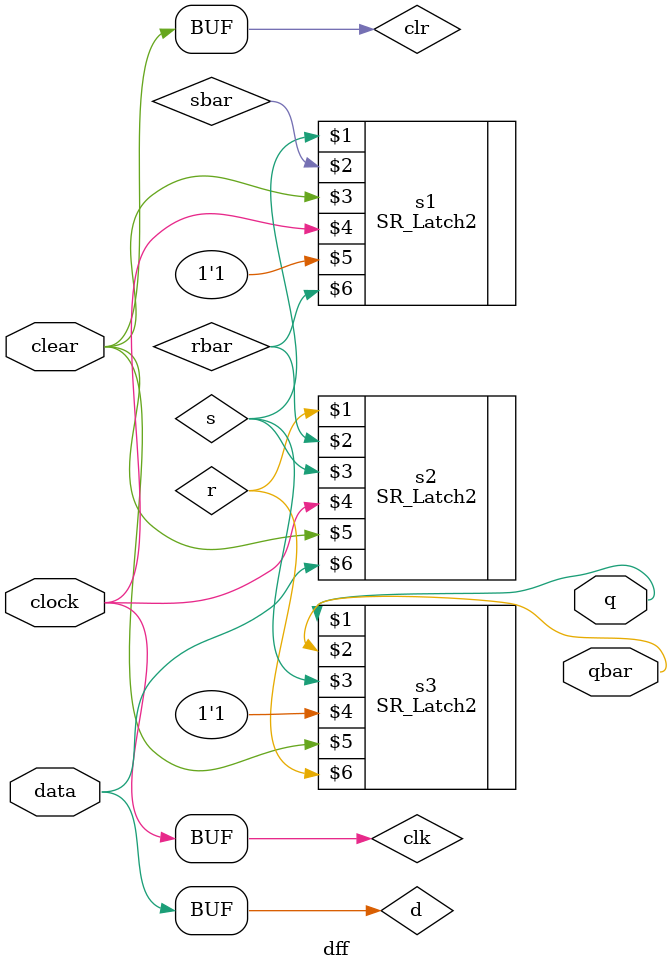
<source format=v>
`timescale 1 ns / 100 ps

`define PRIMARY_OUT	2 // ns (primary outputs)
`define FAN_OUT_1	0.5 // ns (one output fanout)
`define FAN_OUT_2	0.8 // ns (two output fanout)
`define FAN_OUT_3	1 // ns (three output fanout)
`define TIME_DELAY_1	3 // ns (one input gates)
`define TIME_DELAY_2	4 // ns (two input gates)
`define TIME_DELAY_3	5 // ns (three input gates)

module dff(q, qbar, clock, data, clear);
	input clock, data, clear;
	output q, qbar;

	wire s, sbar, r, rbar, clkbar, cbar, dbar, clock, clear, data, clr, clk, d;

	not #(`TIME_DELAY_1 + `FAN_OUT_1) N1(cbar, clear);
	not #(`TIME_DELAY_1 + `FAN_OUT_1) N2(clkbar, clock);
	not #(`TIME_DELAY_1 + `FAN_OUT_1) N3(dbar, data);
	not #(`TIME_DELAY_1 + `FAN_OUT_1) N4(clr, cbar);
	not #(`TIME_DELAY_1 + `FAN_OUT_1) N5(clk, clkbar);
	not #(`TIME_DELAY_1 + `FAN_OUT_1) N6(d, dbar);

	SR_Latch2 s1(s, sbar, clr, clk, 1'b1, rbar);
	SR_Latch2 s2(r, rbar, s, clk, clr, d);
	SR_Latch2 s3(q, qbar, s, 1'b1, clr, r);
endmodule

</source>
